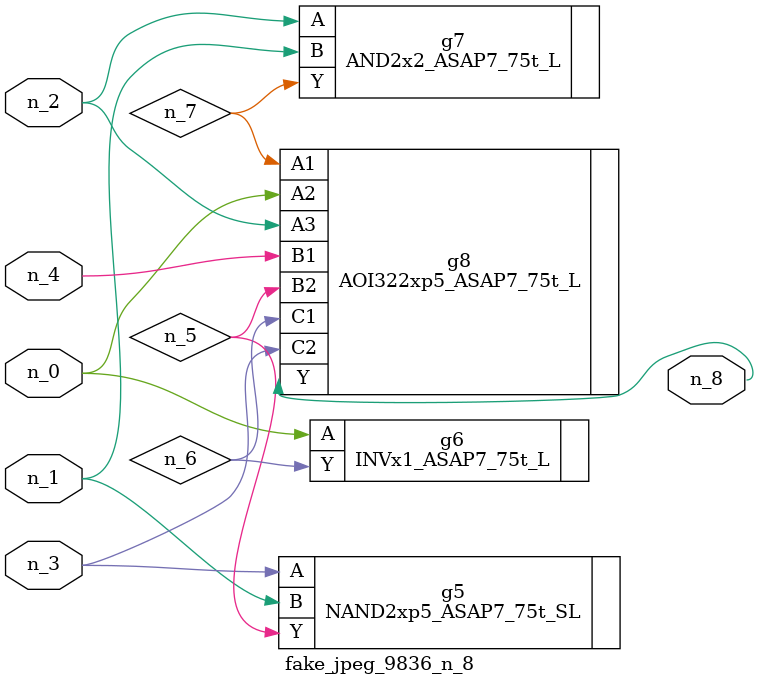
<source format=v>
module fake_jpeg_9836_n_8 (n_3, n_2, n_1, n_0, n_4, n_8);

input n_3;
input n_2;
input n_1;
input n_0;
input n_4;

output n_8;

wire n_6;
wire n_5;
wire n_7;

NAND2xp5_ASAP7_75t_SL g5 ( 
.A(n_3),
.B(n_1),
.Y(n_5)
);

INVx1_ASAP7_75t_L g6 ( 
.A(n_0),
.Y(n_6)
);

AND2x2_ASAP7_75t_L g7 ( 
.A(n_2),
.B(n_1),
.Y(n_7)
);

AOI322xp5_ASAP7_75t_L g8 ( 
.A1(n_7),
.A2(n_0),
.A3(n_2),
.B1(n_4),
.B2(n_5),
.C1(n_6),
.C2(n_3),
.Y(n_8)
);


endmodule
</source>
